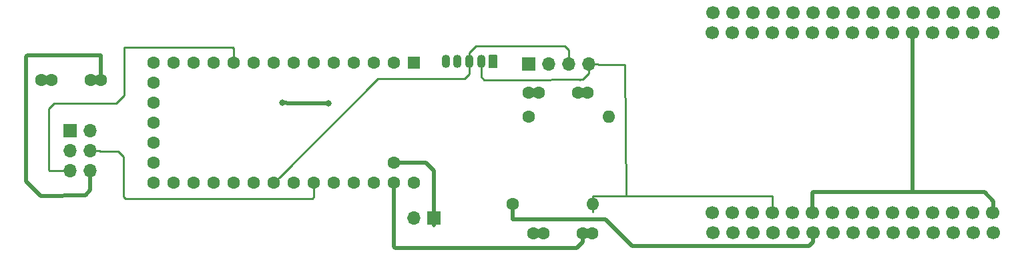
<source format=gbr>
G04 #@! TF.GenerationSoftware,KiCad,Pcbnew,(5.1.5)-3*
G04 #@! TF.CreationDate,2020-08-28T12:33:56+02:00*
G04 #@! TF.ProjectId,DNMS,444e4d53-2e6b-4696-9361-645f70636258,0.9.0*
G04 #@! TF.SameCoordinates,Original*
G04 #@! TF.FileFunction,Copper,L1,Top*
G04 #@! TF.FilePolarity,Positive*
%FSLAX46Y46*%
G04 Gerber Fmt 4.6, Leading zero omitted, Abs format (unit mm)*
G04 Created by KiCad (PCBNEW (5.1.5)-3) date 2020-08-28 12:33:56*
%MOMM*%
%LPD*%
G04 APERTURE LIST*
%ADD10C,1.700000*%
%ADD11C,1.740000*%
%ADD12O,1.700000X1.700000*%
%ADD13R,1.700000X1.700000*%
%ADD14C,1.600000*%
%ADD15O,1.100000X1.700000*%
%ADD16C,0.100000*%
%ADD17R,1.600000X1.600000*%
%ADD18O,1.600000X1.600000*%
%ADD19C,0.800000*%
%ADD20C,0.500000*%
%ADD21C,0.250000*%
G04 APERTURE END LIST*
D10*
X149143720Y-87723980D03*
X151683720Y-87723980D03*
X154223720Y-87723980D03*
D11*
X156763720Y-87723980D03*
D10*
X159303720Y-87723980D03*
X161843720Y-87723980D03*
X164383720Y-87723980D03*
X166923720Y-87723980D03*
X169463720Y-87723980D03*
X172003720Y-87723980D03*
X174543720Y-87723980D03*
X177083720Y-87723980D03*
X179623720Y-87723980D03*
X182163720Y-87723980D03*
X184703720Y-87723980D03*
X184703720Y-59783980D03*
X182163720Y-59783980D03*
X179623720Y-59783980D03*
X177083720Y-59783980D03*
X174543720Y-59783980D03*
X172003720Y-59783980D03*
X169463720Y-59783980D03*
X166923720Y-59783980D03*
X164383720Y-59783980D03*
X161843720Y-59783980D03*
X159303720Y-59783980D03*
X156763720Y-59783980D03*
X154223720Y-59783980D03*
X151683720Y-59783980D03*
X149143720Y-59783980D03*
X151648160Y-85163660D03*
X156728160Y-85163660D03*
X154188160Y-85163660D03*
X174508160Y-85163660D03*
X171968160Y-85163660D03*
X166888160Y-85163660D03*
X169428160Y-85163660D03*
X184668160Y-85163660D03*
X164348160Y-85163660D03*
X159268160Y-85163660D03*
X161808160Y-85163660D03*
X177048160Y-85163660D03*
X182128160Y-85163660D03*
X179588160Y-85163660D03*
X149108160Y-85163660D03*
X184668160Y-62303660D03*
X182128160Y-62303660D03*
X179588160Y-62303660D03*
X177048160Y-62303660D03*
X174508160Y-62303660D03*
X171968160Y-62303660D03*
X169428160Y-62303660D03*
X166888160Y-62303660D03*
X164348160Y-62303660D03*
X161808160Y-62303660D03*
X159268160Y-62303660D03*
X156728160Y-62303660D03*
X154188160Y-62303660D03*
X151648160Y-62303660D03*
X149108160Y-62303660D03*
D12*
X70205600Y-79870300D03*
X67665600Y-79870300D03*
X70205600Y-77330300D03*
X67665600Y-77330300D03*
X70205600Y-74790300D03*
D13*
X67665600Y-74790300D03*
D14*
X132648020Y-87823800D03*
X127648020Y-87823800D03*
X126398020Y-87823800D03*
X133898020Y-87823800D03*
X132055440Y-69976380D03*
X127055440Y-69976380D03*
X125805440Y-69976380D03*
X133305440Y-69976380D03*
X65281480Y-68351400D03*
X70281480Y-68351400D03*
X71531480Y-68351400D03*
X64031480Y-68351400D03*
D15*
X115276880Y-65990480D03*
X116776880Y-65990480D03*
X118276880Y-65990480D03*
X119776880Y-65990480D03*
G04 #@! TA.AperFunction,ComponentPad*
D16*
G36*
X121681029Y-65141259D02*
G01*
X121696726Y-65143587D01*
X121712119Y-65147443D01*
X121727060Y-65152789D01*
X121741405Y-65159573D01*
X121755016Y-65167731D01*
X121767761Y-65177184D01*
X121779519Y-65187841D01*
X121790176Y-65199599D01*
X121799629Y-65212344D01*
X121807787Y-65225955D01*
X121814571Y-65240300D01*
X121819917Y-65255241D01*
X121823773Y-65270634D01*
X121826101Y-65286331D01*
X121826880Y-65302180D01*
X121826880Y-66678780D01*
X121826101Y-66694629D01*
X121823773Y-66710326D01*
X121819917Y-66725719D01*
X121814571Y-66740660D01*
X121807787Y-66755005D01*
X121799629Y-66768616D01*
X121790176Y-66781361D01*
X121779519Y-66793119D01*
X121767761Y-66803776D01*
X121755016Y-66813229D01*
X121741405Y-66821387D01*
X121727060Y-66828171D01*
X121712119Y-66833517D01*
X121696726Y-66837373D01*
X121681029Y-66839701D01*
X121665180Y-66840480D01*
X120888580Y-66840480D01*
X120872731Y-66839701D01*
X120857034Y-66837373D01*
X120841641Y-66833517D01*
X120826700Y-66828171D01*
X120812355Y-66821387D01*
X120798744Y-66813229D01*
X120785999Y-66803776D01*
X120774241Y-66793119D01*
X120763584Y-66781361D01*
X120754131Y-66768616D01*
X120745973Y-66755005D01*
X120739189Y-66740660D01*
X120733843Y-66725719D01*
X120729987Y-66710326D01*
X120727659Y-66694629D01*
X120726880Y-66678780D01*
X120726880Y-65302180D01*
X120727659Y-65286331D01*
X120729987Y-65270634D01*
X120733843Y-65255241D01*
X120739189Y-65240300D01*
X120745973Y-65225955D01*
X120754131Y-65212344D01*
X120763584Y-65199599D01*
X120774241Y-65187841D01*
X120785999Y-65177184D01*
X120798744Y-65167731D01*
X120812355Y-65159573D01*
X120826700Y-65152789D01*
X120841641Y-65147443D01*
X120857034Y-65143587D01*
X120872731Y-65141259D01*
X120888580Y-65140480D01*
X121665180Y-65140480D01*
X121681029Y-65141259D01*
G37*
G04 #@! TD.AperFunction*
D17*
X111267240Y-66171500D03*
D14*
X108727240Y-66171500D03*
X106187240Y-66171500D03*
X103647240Y-66171500D03*
X101107240Y-66171500D03*
X98567240Y-66171500D03*
X96027240Y-66171500D03*
X93487240Y-66171500D03*
X90947240Y-66171500D03*
X88407240Y-66171500D03*
X85867240Y-66171500D03*
X83327240Y-66171500D03*
X80787240Y-66171500D03*
X108727240Y-78871500D03*
X111267240Y-81411500D03*
X108727240Y-81411500D03*
X106187240Y-81411500D03*
X103647240Y-81411500D03*
X101107240Y-81411500D03*
X98567240Y-81411500D03*
X96027240Y-81411500D03*
X93487240Y-81411500D03*
X90947240Y-81411500D03*
X88407240Y-81411500D03*
X85867240Y-81411500D03*
X83327240Y-81411500D03*
X80787240Y-81411500D03*
X78247240Y-66171500D03*
X78247240Y-68711500D03*
X78247240Y-71251500D03*
X78247240Y-81411500D03*
X78247240Y-78871500D03*
X78247240Y-76331500D03*
X78247240Y-73791500D03*
D18*
X133950200Y-84107780D03*
D14*
X123790200Y-84107780D03*
D18*
X135950200Y-72977260D03*
D14*
X125790200Y-72977260D03*
D12*
X133410200Y-66320560D03*
X130870200Y-66320560D03*
X128330200Y-66320560D03*
D13*
X125790200Y-66320560D03*
D12*
X111252000Y-85833960D03*
D13*
X113792000Y-85833960D03*
D19*
X94554620Y-71251500D03*
X100444300Y-71297800D03*
D20*
X132648020Y-88955170D02*
X132648020Y-87823800D01*
X131932810Y-89670380D02*
X132648020Y-88955170D01*
X108724700Y-89517980D02*
X108877100Y-89670380D01*
X108727240Y-81411500D02*
X108727240Y-82542870D01*
X108877100Y-89670380D02*
X131932810Y-89670380D01*
X108727240Y-82542870D02*
X108724700Y-82545410D01*
X108724700Y-82545410D02*
X108724700Y-89517980D01*
X161843720Y-87723980D02*
X161843720Y-88926061D01*
X160906460Y-89428420D02*
X138907520Y-89397940D01*
X135354060Y-86063580D02*
X125354080Y-86025480D01*
X161808160Y-85163660D02*
X161808160Y-82671920D01*
X161808160Y-82671920D02*
X161881820Y-82598260D01*
X183601360Y-82598260D02*
X184769760Y-83766660D01*
X184769760Y-83766660D02*
X184668160Y-85163660D01*
X174490380Y-63523521D02*
X174490380Y-82598260D01*
X174508160Y-63505741D02*
X174490380Y-63523521D01*
X161881820Y-82598260D02*
X174490380Y-82598260D01*
X174508160Y-62303660D02*
X174508160Y-63505741D01*
X174490380Y-82598260D02*
X183601360Y-82598260D01*
X123790200Y-85239150D02*
X123802140Y-85251090D01*
X125354080Y-86025480D02*
X123824240Y-86025480D01*
X123802140Y-85251090D02*
X123802140Y-86047580D01*
X123790200Y-84107780D02*
X123790200Y-85239150D01*
X135573160Y-86063580D02*
X138907520Y-89397940D01*
X135354060Y-86063580D02*
X135573160Y-86063580D01*
X161341361Y-89428420D02*
X161843720Y-88926061D01*
X160906460Y-89428420D02*
X161341361Y-89428420D01*
D21*
X156728160Y-85163660D02*
X156728160Y-83088480D01*
X156728160Y-83088480D02*
X156753560Y-83063080D01*
X133950200Y-83976410D02*
X133949440Y-83975650D01*
X133950200Y-85107780D02*
X133950200Y-83976410D01*
X156753560Y-83063080D02*
X137345420Y-83101180D01*
X133982460Y-83101180D02*
X133949440Y-83068160D01*
X137345420Y-83101180D02*
X133982460Y-83101180D01*
X133949440Y-83975650D02*
X133949440Y-83068160D01*
X119776880Y-67090480D02*
X119766080Y-67101280D01*
X119776880Y-65990480D02*
X119776880Y-67090480D01*
X134646681Y-66354960D02*
X138010900Y-66354960D01*
X134612281Y-66320560D02*
X134646681Y-66354960D01*
X133410200Y-66320560D02*
X134612281Y-66320560D01*
X138010900Y-66354960D02*
X138145420Y-83101180D01*
X132647481Y-68285360D02*
X132133340Y-68285360D01*
X133410200Y-67522641D02*
X132647481Y-68285360D01*
X125123960Y-68303520D02*
X132133340Y-68285360D01*
X133410200Y-66320560D02*
X133410200Y-67522641D01*
X132133340Y-68285360D02*
X132302000Y-68303520D01*
X119776880Y-67948180D02*
X120134380Y-68305680D01*
X119776880Y-67090480D02*
X119776880Y-67948180D01*
X120134380Y-68305680D02*
X125121420Y-68306060D01*
D20*
X130870200Y-66320560D02*
X130870200Y-66347100D01*
X130870200Y-66347100D02*
X130818640Y-66398660D01*
D21*
X130818640Y-66398660D02*
X130870200Y-66522641D01*
X118276880Y-67602860D02*
X118276880Y-65990480D01*
X94287239Y-80611501D02*
X94287239Y-80601921D01*
X117668040Y-68211700D02*
X118276880Y-67602860D01*
X93487240Y-81411500D02*
X94287239Y-80611501D01*
X106677460Y-68211700D02*
X117668040Y-68211700D01*
X94287239Y-80601921D02*
X106677460Y-68211700D01*
X119159360Y-64008000D02*
X130352800Y-64008000D01*
X130870200Y-64525400D02*
X130870200Y-66320560D01*
X130352800Y-64008000D02*
X130870200Y-64525400D01*
X118276880Y-65990480D02*
X118276880Y-64890480D01*
X118276880Y-64890480D02*
X119159360Y-64008000D01*
X88331040Y-64378840D02*
X88407240Y-64455040D01*
X67665600Y-79870300D02*
X65001140Y-79870300D01*
X65001140Y-79870300D02*
X64937640Y-79806800D01*
X64937640Y-79806800D02*
X64937640Y-71988680D01*
X64937640Y-71988680D02*
X65595500Y-71330820D01*
X65595500Y-71330820D02*
X73512680Y-71330820D01*
X73512680Y-71330820D02*
X74528680Y-70314820D01*
X74528680Y-70314820D02*
X74528680Y-64226440D01*
X74528680Y-64226440D02*
X74579480Y-64175640D01*
X74579480Y-64175640D02*
X88331040Y-64175640D01*
X88407240Y-64251840D02*
X88407240Y-65163700D01*
X88331040Y-64175640D02*
X88407240Y-64251840D01*
X88407240Y-64455040D02*
X88407240Y-65163700D01*
X88407240Y-65163700D02*
X88407240Y-66171500D01*
X98567240Y-83195160D02*
X98567240Y-81411500D01*
X98379280Y-83383120D02*
X98567240Y-83195160D01*
X74681080Y-83383120D02*
X98379280Y-83383120D01*
X70205600Y-77330300D02*
X71407681Y-77330300D01*
X71473721Y-77396340D02*
X73769220Y-77396340D01*
X73769220Y-77396340D02*
X74427080Y-78054200D01*
X74427080Y-78054200D02*
X74427080Y-83129120D01*
X71407681Y-77330300D02*
X71473721Y-77396340D01*
X74427080Y-83129120D02*
X74681080Y-83383120D01*
X149143720Y-62318900D02*
X149141180Y-62321440D01*
D20*
X70205600Y-82351880D02*
X70205600Y-79870300D01*
X69606160Y-82951320D02*
X70205600Y-82351880D01*
X62100460Y-81226660D02*
X63947040Y-83073240D01*
X62100460Y-65349120D02*
X62100460Y-81226660D01*
X62260480Y-65189100D02*
X62100460Y-65349120D01*
X71531480Y-68351400D02*
X71531480Y-65237360D01*
X63947040Y-83073240D02*
X69606160Y-82951320D01*
X71531480Y-65237360D02*
X71483220Y-65189100D01*
X71483220Y-65189100D02*
X62260480Y-65189100D01*
X95120305Y-71251500D02*
X95166605Y-71297800D01*
X94554620Y-71251500D02*
X95120305Y-71251500D01*
X95166605Y-71297800D02*
X100444300Y-71297800D01*
X100444300Y-71297800D02*
X100596700Y-71297800D01*
X108727240Y-78871500D02*
X112810980Y-78871500D01*
X112810980Y-78871500D02*
X113792000Y-79852520D01*
X113792000Y-79852520D02*
X113792000Y-86833960D01*
M02*

</source>
